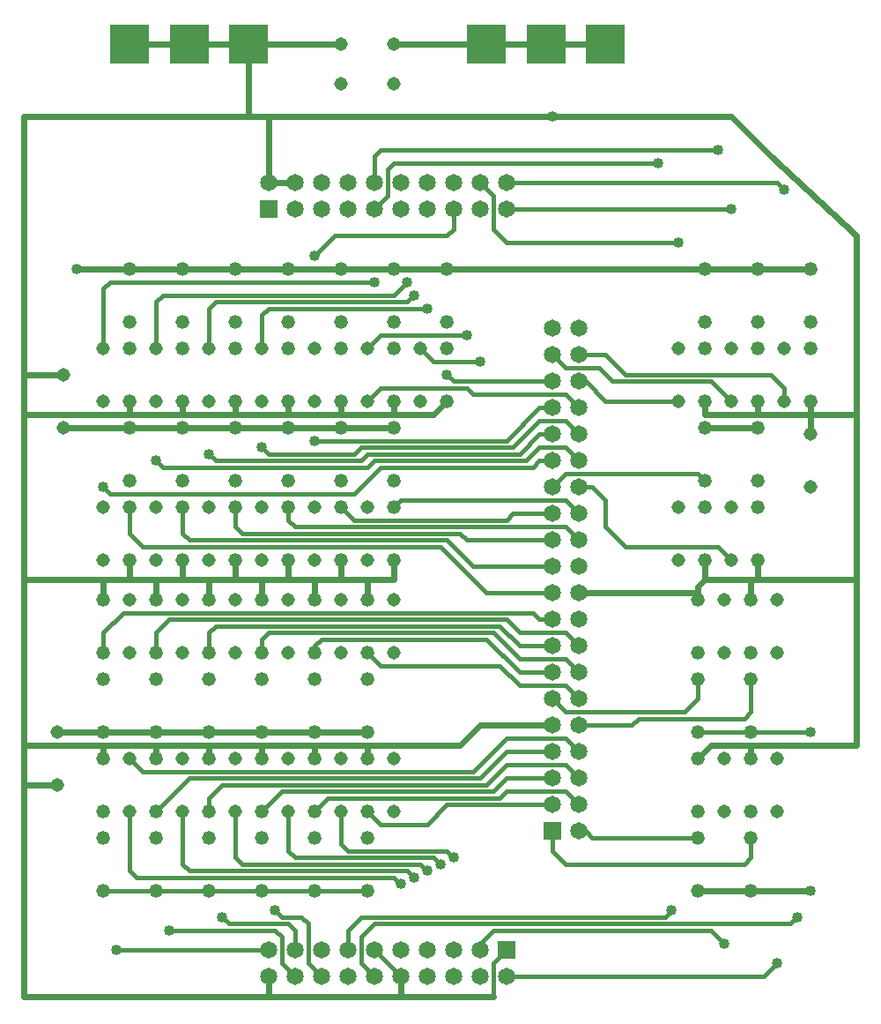
<source format=gtl>
G04 Output by ViewMate Deluxe V11.0.9  PentaLogix LLC*
G04 Sun Jun 14 09:42:27 2015*
%FSLAX33Y33*%
%MOMM*%
%IPPOS*%
%ADD10R,1.651X1.651*%
%ADD11C,1.651*%
%ADD12C,1.3208*%
%ADD13C,1.3081*%
%ADD14R,3.81X3.81*%
%ADD15C,0.4064*%
%ADD109C,0.6096*%
%ADD110C,1.016*%

%LPD*%
X0Y0D2*D15*G1X65659Y72644D2*X66929Y71374D1*X48514Y86614D2*X49784Y87884D1*X22479Y73279D2*X22479Y78994D1*X23114Y79629*X48514Y79629*X40259Y65659D2*X40894Y65659D1*X37719Y73279D2*X37719Y76454D1*X38354Y77089*X53594Y77089*X52324Y78359D2*X51689Y77724D1*X51689Y79629D2*X50419Y78359D1*X28194Y78359*X27559Y77724*X27559Y73279*X32639Y73279D2*X32639Y77089D1*X33274Y77724*X51689Y77724*X47879Y73279D2*X49149Y74549D1*X57404Y74549*X58674Y72009D2*X54229Y72009D1*X52959Y73279*X55499Y70739D2*X56134Y70104D1*X65659Y70104*X65659Y57404D2*X61849Y57404D1*X61214Y56769*X46609Y56769*X45339Y58039*X47879Y63119D2*X62484Y63119D1*X64389Y65024*X65659Y65024*X65659Y67564D2*X64389Y67564D1*X61214Y64389*X42799Y64389*X45339Y65659D2*X44704Y65659D1*X47879Y68199D2*X49149Y69469D1*X57404Y69469*X58039Y68834*X66929Y68834*X68199Y67564*X68199Y65024D2*X66929Y66294D1*X64389Y66294*X61849Y63754*X47244Y63754*X46609Y63119*X38354Y63119*X37719Y63754*X32639Y63119D2*X33274Y62484D1*X47244Y62484*X47879Y63119*X49149Y61849D2*X63754Y61849D1*X64389Y62484*X65659Y62484*X68199Y62484D2*X66929Y63754D1*X64389Y63754*X63119Y62484*X48514Y62484*X47879Y61849*X28194Y61849*X27559Y62484*X30099Y58039D2*X30099Y55499D1*X30734Y54864*X55499Y54864*X58039Y52324*X65659Y52324*X66929Y56134D2*X68199Y54864D1*X65659Y54864D2*X57404Y54864D1*X56769Y55499*X35814Y55499*X35179Y56134*X35179Y58039*X40259Y58039D2*X40259Y56769D1*X40894Y56134*X66929Y56134*X66929Y58674D2*X68199Y57404D1*X68199Y59944D2*X69469Y59944D1*X70739Y58674*X70739Y56134*X72644Y54229*X81534Y54229*X82804Y52959*X79629Y49149D2*X79629Y49784D1*X66929Y30734D2*X68199Y29464D1*X66929Y35814D2*X68199Y34544D1*X65659Y39624D2*X66929Y38354D1*X47879Y28829D2*X49149Y27559D1*X53594Y27559*X55499Y29464*X65659Y29464*X66929Y23749D2*X65659Y25019D1*X65659Y26924*X68199Y26924D2*X68834Y26924D1*X69469Y26289*X79629Y26289*X84709Y26289D2*X84709Y24384D1*X84074Y23749*X66929Y23749*X59944Y14224D2*X61214Y15494D1*X48514Y15494D2*X51054Y12954D1*X48514Y12954D2*X47244Y14224D1*X47244Y16764*X48514Y18034*X88519Y18034*X89154Y18669*X87249Y14224D2*X85979Y12954D1*X61214Y12954*X59944Y14224D2*X59944Y11049D1*X58674Y15494D2*X58674Y16129D1*X59944Y17399*X80899Y17399*X82169Y16129*X77089Y19304D2*X76454Y18669D1*X47244Y18669*X45974Y17399*X45974Y15494*X42164Y14224D2*X43434Y12954D1*X38989Y19304D2*X39624Y18669D1*X41529Y18669*X42164Y18034*X42164Y14224*X39624Y14224D2*X40894Y12954D1*X40894Y15494D2*X40894Y17399D1*X40259Y18034*X34544Y18034*X33909Y18669*X28829Y17399D2*X38989Y17399D1*X39624Y16764*X39624Y14224*X23749Y15494D2*X38354Y15494D1*X22479Y21209D2*X27559Y21209D1*X32639Y21209*X37719Y21209*X42799Y21209*X47879Y21209*X52324Y22479D2*X51689Y23114D1*X54864Y23749D2*X54229Y24384D1*X56134Y24384D2*X55499Y25019D1*X45974Y25019*X45339Y25654*X45339Y28829*X42799Y28829D2*X44069Y30099D1*X60579Y30099*X61214Y30734*X66929Y30734*X66929Y33274D2*X68199Y32004D1*X65659Y32004D2*X61214Y32004D1*X59944Y30734*X39624Y30734*X37719Y28829*X40259Y28829D2*X40259Y25019D1*X40894Y24384*X54229Y24384*X53594Y23114D2*X52959Y23749D1*X35814Y23749*X35179Y24384*X35179Y28829*X32639Y28829D2*X32639Y30099D1*X33909Y31369*X59309Y31369*X61214Y33274*X66929Y33274*X65659Y34544D2*X61214Y34544D1*X58674Y32004*X30734Y32004*X27559Y28829*X30099Y28829D2*X30099Y23749D1*X30734Y23114*X51689Y23114*X51054Y21844D2*X50419Y22479D1*X25654Y22479*X25019Y23114*X25019Y28829*X25019Y33909D2*X26289Y32639D1*X58039Y32639*X61214Y35814*X66929Y35814*X68199Y37084D2*X73279Y37084D1*X73914Y37719*X84074Y37719*X84709Y38354*X84709Y41529*X90424Y36449D2*X84709Y36449D1*X79629Y36449*X79629Y41529D2*X79629Y39624D1*X78359Y38354*X66929Y38354*X66929Y40894D2*X68199Y39624D1*X65659Y42164D2*X62484Y42164D1*X59309Y45339*X43434Y45339*X42799Y44069D2*X42799Y44704D1*X43434Y45339*X47879Y44069D2*X49149Y42799D1*X60579Y42799*X62484Y40894*X66929Y40894*X66929Y43434D2*X68199Y42164D1*X65659Y44704D2*X62484Y44704D1*X60579Y46609*X33274Y46609*X32639Y44069D2*X32639Y45974D1*X33274Y46609*X37719Y44069D2*X37719Y45339D1*X38354Y45974*X59944Y45974*X62484Y43434*X66929Y43434*X68199Y44704D2*X66929Y45974D1*X62484Y45974*X61214Y47244*X28829Y47244*X27559Y45974*X27559Y44069*X22479Y44069D2*X22479Y45974D1*X24384Y47879*X63754Y47879*X64389Y47244*X65659Y47244*X65659Y49784D2*X59309Y49784D1*X54864Y54229*X26289Y54229*X25019Y55499*X25019Y58039*X22479Y59944D2*X23114Y59309D1*X46609Y59309*X49149Y61849*X50419Y58039D2*X51054Y58674D1*X66929Y58674*X65659Y59944D2*X66929Y61214D1*X79629Y61214*X80264Y60579*X77724Y68199D2*X70739Y68199D1*X68834Y70104*X68199Y70104*X70739Y72644D2*X72644Y70739D1*X86614Y70739*X87884Y68199D2*X87884Y69469D1*X86614Y70739*X82804Y68199D2*X80899Y70104D1*X71374Y70104*X70104Y71374*X66929Y71374*X70739Y72644D2*X68199Y72644D1*X75819Y91059D2*X50419Y91059D1*X49784Y90424*X49784Y87884*X48514Y89154D2*X48514Y91694D1*X49149Y92329*X81534Y92329*X87884Y88519D2*X87249Y89154D1*X61214Y89154*X82804Y86614D2*X61214Y86614D1*X77724Y83439D2*X61214Y83439D1*X59944Y84709*X59944Y87884*X58674Y89154*X56134Y86614D2*X56134Y84709D1*X55499Y84074*X44704Y84074*X42799Y82169*D109*X40894Y89154D2*X38354Y89154D1*X38354Y95504*X36449Y102489D2*X36449Y95504D1*X25019Y102489D2*X30734Y102489D1*X36449Y102489*X45339Y102489*X50419Y102489D2*X59309Y102489D1*X65024Y102489*X70739Y102489*X90424Y80899D2*X85344Y80899D1*X80264Y80899*X84709Y35179D2*X80899Y35179D1*X79629Y33909*X47879Y33909D2*X47879Y35179D1*X22479Y35179D2*X22479Y33909D1*X14859Y51054D2*X14859Y35179D1*X22479Y51054D2*X22479Y49149D1*X25019Y68199D2*X25019Y66929D1*X19939Y80899D2*X25019Y80899D1*X30099Y80899*X35179Y80899*X40259Y80899*X45339Y80899*X50419Y80899*X55499Y80899*X80264Y80899*X80264Y68199D2*X80264Y66929D1*X85344Y66929*X90424Y68199D2*X90424Y66929D1*X94869Y66929D2*X90424Y66929D1*X90424Y65024D2*X90424Y66929D1*X85344Y66929*X85344Y68199*X80264Y65659D2*X85344Y65659D1*X80264Y52959D2*X80264Y51054D1*X85344Y52959D2*X85344Y51054D1*X94869Y51054D2*X85344Y51054D1*X84709Y51054*X84709Y49149D2*X84709Y51054D1*X80264Y51054*X79629Y50419*X79629Y49784*X68199Y49784*X65659Y37084D2*X58674Y37084D1*X56769Y35179*X47879Y35179*X42799Y35179*X42799Y33909D2*X42799Y35179D1*X37719Y35179*X37719Y33909D2*X37719Y35179D1*X32639Y35179*X32639Y33909D2*X32639Y35179D1*X27559Y35179*X27559Y33909D2*X27559Y35179D1*X22479Y35179*X14859Y35179*X18034Y31369D2*X14859Y31369D1*X14859Y35179*X18034Y36449D2*X22479Y36449D1*X27559Y36449*X32639Y36449*X37719Y36449*X42799Y36449*X47879Y36449*X50419Y52959D2*X50419Y51054D1*X47879Y51054*X47879Y49149D2*X47879Y51054D1*X45339Y51054*X45339Y52959D2*X45339Y51054D1*X42799Y51054*X42799Y49149D2*X42799Y51054D1*X40259Y51054*X40259Y52959D2*X40259Y51054D1*X37719Y51054*X37719Y49149D2*X37719Y51054D1*X35179Y51054*X35179Y52959D2*X35179Y51054D1*X32639Y51054*X32639Y49149D2*X32639Y51054D1*X30099Y51054*X30099Y52959D2*X30099Y51054D1*X27559Y51054*X27559Y49149D2*X27559Y51054D1*X25019Y51054*X25019Y52959D2*X25019Y51054D1*X22479Y51054*X14859Y51054*X14859Y66929*X18669Y65659D2*X25019Y65659D1*X30099Y65659*X35179Y65659*X40259Y65659*X44704Y65659D2*X40894Y65659D1*X50419Y65659D2*X45339Y65659D1*X55499Y68199D2*X54229Y66929D1*X50419Y66929*X50419Y68199D2*X50419Y66929D1*X45339Y66929*X45339Y68199D2*X45339Y66929D1*X40259Y66929*X40259Y68199D2*X40259Y66929D1*X35179Y66929*X35179Y68199D2*X35179Y66929D1*X30099Y66929*X30099Y68199D2*X30099Y66929D1*X25019Y66929*X14859Y66929*X14859Y70739*X18669Y70739D2*X14859Y70739D1*X14859Y95504*X36449Y95504*X38354Y95504*X65659Y95504*X82804Y95504*X86614Y91694*X94869Y84074*X94869Y66929*X94869Y51054*X94869Y35179*X84709Y35179*X84709Y33909*X90424Y21209D2*X84709Y21209D1*X79629Y21209*X59944Y11049D2*X51054Y11049D1*X51054Y12954D2*X51054Y11049D1*X38354Y11049*X38354Y12954D2*X38354Y11049D1*X14859Y11049*X14859Y31369*D10*X38354Y86614D3*X65659Y26924D3*X61214Y15494D3*D11*X38354Y12954D3*X38354Y15494D3*X40894Y15494D3*X40894Y12954D3*X43434Y12954D3*X43434Y15494D3*X45974Y15494D3*X45974Y12954D3*X48514Y12954D3*X48514Y15494D3*X51054Y15494D3*X51054Y12954D3*X53594Y12954D3*X53594Y15494D3*X56134Y15494D3*X56134Y12954D3*X61214Y12954D3*X58674Y12954D3*X58674Y15494D3*X65659Y29464D3*X68199Y26924D3*X68199Y29464D3*X68199Y37084D3*X68199Y34544D3*X68199Y32004D3*X65659Y32004D3*X65659Y34544D3*X65659Y37084D3*X65659Y44704D3*X65659Y42164D3*X65659Y39624D3*X68199Y39624D3*X68199Y42164D3*X68199Y44704D3*X68199Y49784D3*X68199Y47244D3*X65659Y47244D3*X65659Y49784D3*X65659Y57404D3*X65659Y54864D3*X65659Y52324D3*X68199Y52324D3*X68199Y54864D3*X68199Y57404D3*X68199Y62484D3*X68199Y59944D3*X65659Y59944D3*X65659Y62484D3*X65659Y70104D3*X65659Y67564D3*X65659Y65024D3*X68199Y65024D3*X68199Y67564D3*X68199Y70104D3*X68199Y75184D3*X68199Y72644D3*X65659Y72644D3*X65659Y75184D3*X61214Y86614D3*X61214Y89154D3*X58674Y89154D3*X58674Y86614D3*X56134Y86614D3*X56134Y89154D3*X53594Y89154D3*X53594Y86614D3*X51054Y86614D3*X51054Y89154D3*X48514Y89154D3*X48514Y86614D3*X45974Y86614D3*X45974Y89154D3*X43434Y89154D3*X43434Y86614D3*X40894Y86614D3*X40894Y89154D3*X38354Y89154D3*D12*X55499Y80899D3*X55499Y75819D3*X55499Y73279D3*X55499Y68199D3*X84709Y21209D3*X84709Y26289D3*X84709Y28829D3*X84709Y33909D3*X84709Y36449D3*X84709Y41529D3*X84709Y44069D3*X90424Y80899D3*X90424Y75819D3*X90424Y73279D3*X90424Y68199D3*X80264Y58039D3*X80264Y60579D3*X80264Y65659D3*X80264Y68199D3*X80264Y73279D3*X80264Y75819D3*X80264Y80899D3*X85344Y80899D3*X85344Y75819D3*X85344Y73279D3*X85344Y68199D3*X85344Y65659D3*X85344Y60579D3*X85344Y58039D3*X85344Y52959D3*X84709Y49149D3*X80264Y52959D3*X79629Y49149D3*X79629Y44069D3*X79629Y41529D3*X79629Y36449D3*X79629Y33909D3*X79629Y28829D3*X79629Y26289D3*X79629Y21209D3*X47879Y21209D3*X47879Y26289D3*X47879Y28829D3*X47879Y33909D3*X47879Y36449D3*X47879Y41529D3*X47879Y44069D3*X45339Y52959D3*X47879Y49149D3*X50419Y52959D3*X50419Y58039D3*X50419Y60579D3*X50419Y65659D3*X50419Y68199D3*X50419Y73279D3*X50419Y75819D3*X50419Y80899D3*X45339Y80899D3*X45339Y75819D3*X45339Y73279D3*X45339Y68199D3*X45339Y65659D3*X45339Y60579D3*X45339Y58039D3*X25019Y58039D3*X25019Y60579D3*X25019Y65659D3*X25019Y68199D3*X25019Y73279D3*X25019Y75819D3*X25019Y80899D3*X30099Y80899D3*X30099Y75819D3*X30099Y73279D3*X30099Y68199D3*X30099Y65659D3*X30099Y60579D3*X30099Y58039D3*X35179Y58039D3*X35179Y60579D3*X35179Y65659D3*X35179Y68199D3*X35179Y73279D3*X35179Y75819D3*X35179Y80899D3*X40259Y80899D3*X40259Y75819D3*X40259Y73279D3*X40259Y68199D3*X40259Y65659D3*X40259Y60579D3*X40259Y58039D3*X40259Y52959D3*X42799Y49149D3*X42799Y44069D3*X42799Y41529D3*X42799Y36449D3*X42799Y33909D3*X42799Y28829D3*X42799Y26289D3*X42799Y21209D3*X32639Y21209D3*X32639Y26289D3*X32639Y28829D3*X32639Y33909D3*X32639Y36449D3*X32639Y41529D3*X32639Y44069D3*X27559Y44069D3*X27559Y41529D3*X27559Y36449D3*X27559Y33909D3*X27559Y28829D3*X27559Y26289D3*X27559Y21209D3*X22479Y21209D3*X22479Y26289D3*X22479Y28829D3*X22479Y33909D3*X22479Y36449D3*X22479Y41529D3*X22479Y44069D3*X22479Y49149D3*X25019Y52959D3*X27559Y49149D3*X30099Y52959D3*X32639Y49149D3*X35179Y52959D3*X37719Y49149D3*X37719Y44069D3*X37719Y41529D3*X37719Y36449D3*X37719Y33909D3*X37719Y28829D3*X37719Y26289D3*X37719Y21209D3*D13*X87249Y33909D3*X87249Y28829D3*X82169Y28829D3*X82169Y33909D3*X77724Y58039D3*X77724Y52959D3*X87249Y49149D3*X87249Y44069D3*X82169Y44069D3*X82169Y49149D3*X82804Y52959D3*X82804Y58039D3*X90424Y59944D3*X90424Y65024D3*X87884Y68199D3*X87884Y73279D3*X82804Y73279D3*X82804Y68199D3*X77724Y68199D3*X77724Y73279D3*X50419Y98679D3*X50419Y102489D3*X45339Y102489D3*X45339Y98679D3*X27559Y58039D3*X32639Y58039D3*X37719Y58039D3*X42799Y58039D3*X47879Y58039D3*X50419Y28829D3*X50419Y33909D3*X45339Y33909D3*X45339Y28829D3*X40259Y28829D3*X40259Y33909D3*X35179Y33909D3*X35179Y28829D3*X30099Y28829D3*X30099Y33909D3*X25019Y33909D3*X25019Y28829D3*X18034Y31369D3*X18034Y36449D3*X25019Y44069D3*X30099Y44069D3*X35179Y44069D3*X40259Y44069D3*X45339Y44069D3*X50419Y44069D3*X50419Y49149D3*X47879Y52959D3*X45339Y49149D3*X42799Y52959D3*X40259Y49149D3*X37719Y52959D3*X35179Y49149D3*X32639Y52959D3*X30099Y49149D3*X27559Y52959D3*X25019Y49149D3*X22479Y52959D3*X22479Y58039D3*X18669Y65659D3*X22479Y68199D3*X18669Y70739D3*X22479Y73279D3*X27559Y73279D3*X27559Y68199D3*X32639Y68199D3*X32639Y73279D3*X37719Y73279D3*X37719Y68199D3*X42799Y68199D3*X42799Y73279D3*X47879Y73279D3*X47879Y68199D3*X52959Y68199D3*X52959Y73279D3*D14*X25019Y102489D3*X30734Y102489D3*X36449Y102489D3*X59309Y102489D3*X65024Y102489D3*X70739Y102489D3*D110*X23749Y15494D3*X28829Y17399D3*X33909Y18669D3*X38989Y19304D3*X51054Y21844D3*X52324Y22479D3*X53594Y23114D3*X54864Y23749D3*X56134Y24384D3*X77089Y19304D3*X82169Y16129D3*X87249Y14224D3*X89154Y18669D3*X90424Y21209D3*X90424Y36449D3*X77724Y83439D3*X87884Y88519D3*X82804Y86614D3*X81534Y92329D3*X75819Y91059D3*X65659Y95504D3*X19939Y80899D3*X22479Y59944D3*X27559Y62484D3*X32639Y63119D3*X37719Y63754D3*X42799Y64389D3*X55499Y70739D3*X58674Y72009D3*X57404Y74549D3*X53594Y77089D3*X52324Y78359D3*X51689Y79629D3*X48514Y79629D3*X42799Y82169D3*X0Y0D2*M02*
</source>
